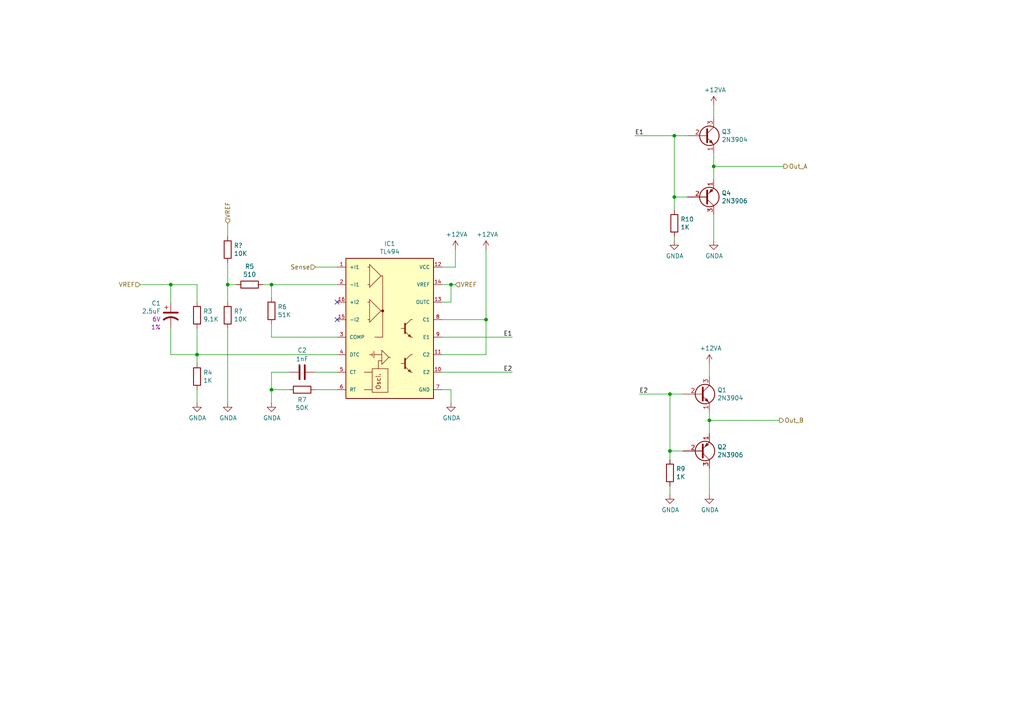
<source format=kicad_sch>
(kicad_sch (version 20230121) (generator eeschema)
  (paper "A4")
  (title_block (title "Fuente conmutada +/-36V 250W") (rev "V 0.1.0") (company "PCB PROFESIONAL") (comment 1 "https://maykolrey.com"))
  (lib_symbols
    (symbol "Device:C" (pin_numbers hide) (pin_names (offset 0.254))
      (property "Reference" "C" (at 0.635 2.54 0))
      (property "Value" "C" (at 0.635 -2.54 0))
      (symbol "C_0_1"
        (polyline (pts (xy -2.032 -0.762) (xy 2.032 -0.762)) (stroke (width 0.508)))
        (polyline (pts (xy -2.032 0.762) (xy 2.032 0.762)) (stroke (width 0.508)))
      )
      (symbol "C_1_1"
        (pin passive line (at 0 3.81 270) (length 2.794) (name "~") (number "1"))
        (pin passive line (at 0 -3.81 90) (length 2.794) (name "~") (number "2"))
      )
    )
    (symbol "Device:CP1" (pin_numbers hide) (pin_names (offset 0.254) hide)
      (property "Reference" "C" (at 0.635 2.54 0))
      (property "Value" "Device_CP1" (at 0.635 -2.54 0))
      (symbol "CP1_0_1"
        (polyline (pts (xy -2.032 0.762) (xy 2.032 0.762)) (stroke (width 0.508)))
        (polyline (pts (xy -1.778 2.286) (xy -0.762 2.286)))
        (polyline (pts (xy -1.27 1.778) (xy -1.27 2.794)))
        (arc (start 2.032 -1.27) (mid 0 -0.5572) (end -2.032 -1.27) (stroke (width 0.508)))
      )
      (symbol "CP1_1_1"
        (pin passive line (at 0 3.81 270) (length 2.794) (name "~") (number "1"))
        (pin passive line (at 0 -3.81 90) (length 3.302) (name "~") (number "2"))
      )
    )
    (symbol "Device:Q_NPN_EBC" (pin_names (offset 0) hide)
      (property "Reference" "Q" (at 5.08 1.27 0))
      (property "Value" "Q_NPN_EBC" (at 5.08 -1.27 0))
      (symbol "Q_NPN_EBC_0_1"
        (polyline (pts (xy 0.635 0.635) (xy 2.54 2.54)))
        (polyline (pts (xy 0.635 -0.635) (xy 2.54 -2.54) (xy 2.54 -2.54)))
        (polyline (pts (xy 0.635 1.905) (xy 0.635 -1.905) (xy 0.635 -1.905)) (stroke (width 0.508)))
        (polyline (pts (xy 1.27 -1.778) (xy 1.778 -1.27) (xy 2.286 -2.286) (xy 1.27 -1.778) (xy 1.27 -1.778)) (fill (type outline)))
        (circle (center 1.27 0) (radius 2.8194) (stroke (width 0.254)))
      )
      (symbol "Q_NPN_EBC_1_1"
        (pin passive line (at 2.54 -5.08 90) (length 2.54) (name "E") (number "1"))
        (pin passive line (at -5.08 0 0) (length 5.715) (name "B") (number "2"))
        (pin passive line (at 2.54 5.08 270) (length 2.54) (name "C") (number "3"))
      )
    )
    (symbol "Device:Q_PNP_EBC" (pin_names (offset 0) hide)
      (property "Reference" "Q" (at 5.08 1.27 0))
      (property "Value" "Q_PNP_EBC" (at 5.08 -1.27 0))
      (symbol "Q_PNP_EBC_0_1"
        (polyline (pts (xy 0.635 0.635) (xy 2.54 2.54)))
        (polyline (pts (xy 0.635 -0.635) (xy 2.54 -2.54) (xy 2.54 -2.54)))
        (polyline (pts (xy 0.635 1.905) (xy 0.635 -1.905) (xy 0.635 -1.905)) (stroke (width 0.508)))
        (polyline (pts (xy 2.286 -1.778) (xy 1.778 -2.286) (xy 1.27 -1.27) (xy 2.286 -1.778) (xy 2.286 -1.778)) (fill (type outline)))
        (circle (center 1.27 0) (radius 2.8194) (stroke (width 0.254)))
      )
      (symbol "Q_PNP_EBC_1_1"
        (pin passive line (at 2.54 -5.08 90) (length 2.54) (name "E") (number "1"))
        (pin input line (at -5.08 0 0) (length 5.715) (name "B") (number "2"))
        (pin passive line (at 2.54 5.08 270) (length 2.54) (name "C") (number "3"))
      )
    )
    (symbol "Device:R" (pin_numbers hide) (pin_names (offset 0))
      (property "Reference" "R" (at 2.032 0 90))
      (property "Value" "R" (at 0 0 90))
      (symbol "R_0_1"
        (rectangle (start -1.016 -2.54) (end 1.016 2.54) (stroke (width 0.254)))
      )
      (symbol "R_1_1"
        (pin passive line (at 0 3.81 270) (length 1.27) (name "~") (number "1"))
        (pin passive line (at 0 -3.81 90) (length 1.27) (name "~") (number "2"))
      )
    )
    (symbol "MSS_PWMControl:TL494" (pin_names (offset 1.016))
      (property "Reference" "IC" (at -12.7254 19.0754 0))
      (property "Value" "MSS_PWMControl_TL494" (at -12.7 -25.4 0))
      (symbol "TL494_0_0"
        (rectangle (start -12.7 17.78) (end 12.7 -22.86) (stroke (width 0.254)) (fill (type background)))
        (circle (center -2.032 2.54) (radius 0.254) (stroke (width 0.3048)))
        (polyline (pts (xy -7.366 -20.32) (xy -5.08 -20.32)) (stroke (width 0.1524)))
        (polyline (pts (xy -7.366 -15.24) (xy -5.08 -15.24)) (stroke (width 0.1524)))
        (polyline (pts (xy -6.35 0) (xy -5.842 0)) (stroke (width 0.1524)))
        (polyline (pts (xy -6.35 5.08) (xy -5.842 5.08)) (stroke (width 0.1524)))
        (polyline (pts (xy -6.35 10.16) (xy -5.842 10.16)) (stroke (width 0.1524)))
        (polyline (pts (xy -6.35 15.24) (xy -5.842 15.24)) (stroke (width 0.1524)))
        (polyline (pts (xy -5.842 -10.16) (xy -5.08 -10.16)) (stroke (width 0.1524)))
        (polyline (pts (xy -5.842 -0.762) (xy -5.842 0)) (stroke (width 0.1524)))
        (polyline (pts (xy -5.842 0) (xy -5.842 5.08)) (stroke (width 0.1524)))
        (polyline (pts (xy -5.842 5.08) (xy -5.842 5.842)) (stroke (width 0.1524)))
        (polyline (pts (xy -5.842 5.842) (xy -2.54 2.54)) (stroke (width 0.1524)))
        (polyline (pts (xy -5.842 9.398) (xy -5.842 10.16)) (stroke (width 0.1524)))
        (polyline (pts (xy -5.842 10.16) (xy -5.842 15.24)) (stroke (width 0.1524)))
        (polyline (pts (xy -5.842 15.24) (xy -5.842 16.002)) (stroke (width 0.1524)))
        (polyline (pts (xy -5.842 16.002) (xy -2.54 12.7)) (stroke (width 0.1524)))
        (polyline (pts (xy -5.08 -21.082) (xy -0.508 -21.082)) (stroke (width 0.1524)))
        (polyline (pts (xy -5.08 -14.224) (xy -5.08 -21.082)) (stroke (width 0.1524)))
        (polyline (pts (xy -5.08 -9.652) (xy -5.08 -10.668)) (stroke (width 0.1524)))
        (polyline (pts (xy -4.572 -10.16) (xy -4.572 -11.176)) (stroke (width 0.1524)))
        (polyline (pts (xy -4.572 -10.16) (xy -2.286 -10.16)) (stroke (width 0.1524)))
        (polyline (pts (xy -4.572 -9.144) (xy -4.572 -10.16)) (stroke (width 0.1524)))
        (polyline (pts (xy -4.318 -5.08) (xy -2.032 -5.08)) (stroke (width 0.1524)))
        (polyline (pts (xy -3.302 -14.224) (xy -5.08 -14.224)) (stroke (width 0.1524)))
        (polyline (pts (xy -3.302 -11.938) (xy -3.302 -14.224)) (stroke (width 0.1524)))
        (polyline (pts (xy -2.54 2.54) (xy -5.842 -0.762)) (stroke (width 0.1524)))
        (polyline (pts (xy -2.54 12.7) (xy -5.842 9.398)) (stroke (width 0.1524)))
        (polyline (pts (xy -2.54 12.7) (xy -2.032 12.7)) (stroke (width 0.1524)))
        (polyline (pts (xy -2.286 -12.954) (xy -0.254 -10.922)) (stroke (width 0.1524)))
        (polyline (pts (xy -2.286 -11.938) (xy -3.302 -11.938)) (stroke (width 0.1524)))
        (polyline (pts (xy -2.286 -11.938) (xy -2.286 -12.954)) (stroke (width 0.1524)))
        (polyline (pts (xy -2.286 -8.89) (xy -2.286 -11.938)) (stroke (width 0.1524)))
        (polyline (pts (xy -2.032 -5.08) (xy -2.032 2.54)) (stroke (width 0.1524)))
        (polyline (pts (xy -2.032 2.54) (xy -2.54 2.54)) (stroke (width 0.1524)))
        (polyline (pts (xy -2.032 12.7) (xy -2.032 2.54)) (stroke (width 0.1524)))
        (polyline (pts (xy -0.508 -21.082) (xy -0.508 -14.224)) (stroke (width 0.1524)))
        (polyline (pts (xy -0.508 -14.224) (xy -3.302 -14.224)) (stroke (width 0.1524)))
        (polyline (pts (xy -0.254 -10.922) (xy -2.286 -8.89)) (stroke (width 0.1524)))
        (polyline (pts (xy -0.254 -10.922) (xy 0.254 -10.922)) (stroke (width 0.1524)))
        (polyline (pts (xy 4.318 -12.7) (xy 3.302 -12.7)) (stroke (width 0.1524)))
        (polyline (pts (xy 4.318 -2.54) (xy 3.302 -2.54)) (stroke (width 0.1524)))
        (polyline (pts (xy 6.096 -15.24) (xy 4.572 -13.716)) (stroke (width 0.1524)))
        (polyline (pts (xy 6.096 -10.16) (xy 4.572 -11.684)) (stroke (width 0.1524)))
        (polyline (pts (xy 6.096 -5.08) (xy 4.572 -3.556)) (stroke (width 0.1524)))
        (polyline (pts (xy 6.096 0) (xy 4.572 -1.524)) (stroke (width 0.1524)))
        (polyline (pts (xy 6.604 -15.24) (xy 6.096 -15.24)) (stroke (width 0.1524)))
        (polyline (pts (xy 6.604 -10.16) (xy 6.096 -10.16)) (stroke (width 0.1524)))
        (polyline (pts (xy 6.604 -5.08) (xy 6.096 -5.08)) (stroke (width 0.1524)))
        (polyline (pts (xy 6.604 0) (xy 6.096 0)) (stroke (width 0.1524)))
        (polyline (pts (xy 6.096 -15.24) (xy 5.842 -14.478) (xy 5.334 -14.986)) (stroke (width 0.1524)) (fill (type outline)))
        (polyline (pts (xy 6.096 -5.08) (xy 5.842 -4.318) (xy 5.334 -4.826)) (stroke (width 0.1524)) (fill (type outline)))
        (rectangle (start 4.318 -14.2494) (end 4.572 -11.176) (fill (type outline)))
        (rectangle (start 4.318 -4.064) (end 4.572 -1.016) (fill (type outline)))
        (text "Osci." (at -2.54 -20.3454 900) (effects (font (size 1.27 1.27)) (justify left bottom)))
        (pin input line (at -15.24 15.24 0) (length 2.54) (name "+I1") (number "1"))
        (pin passive line (at 15.24 -15.24 180) (length 2.54) (name "E2") (number "10"))
        (pin passive line (at 15.24 -10.16 180) (length 2.54) (name "C2") (number "11"))
        (pin power_in line (at 15.24 15.24 180) (length 2.54) (name "VCC") (number "12"))
        (pin output line (at 15.24 5.08 180) (length 2.54) (name "OUTC") (number "13"))
        (pin input line (at 15.24 10.16 180) (length 2.54) (name "VREF") (number "14"))
        (pin input line (at -15.24 0 0) (length 2.54) (name "-I2") (number "15"))
        (pin input line (at -15.24 5.08 0) (length 2.54) (name "+I2") (number "16"))
        (pin input line (at -15.24 10.16 0) (length 2.54) (name "-I1") (number "2"))
        (pin passive line (at -15.24 -5.08 0) (length 2.54) (name "COMP") (number "3"))
        (pin input line (at -15.24 -10.16 0) (length 2.54) (name "DTC") (number "4"))
        (pin input line (at -15.24 -15.24 0) (length 2.54) (name "CT") (number "5"))
        (pin input line (at -15.24 -20.32 0) (length 2.54) (name "RT") (number "6"))
        (pin power_in line (at 15.24 -20.32 180) (length 2.54) (name "GND") (number "7"))
        (pin passive line (at 15.24 0 180) (length 2.54) (name "C1") (number "8"))
        (pin passive line (at 15.24 -5.08 180) (length 2.54) (name "E1") (number "9"))
      )
    )
    (symbol "power:+12VA" (power) (pin_names (offset 0))
      (property "Value" "+12VA" (at 0 3.556 0))
      (symbol "+12VA_0_1"
        (polyline (pts (xy -0.762 1.27) (xy 0 2.54)))
        (polyline (pts (xy 0 0) (xy 0 2.54)))
        (polyline (pts (xy 0 2.54) (xy 0.762 1.27)))
      )
      (symbol "+12VA_1_1"
        (pin power_in line (at 0 0 90) (length 0) hide (name "+12VA") (number "1"))
      )
    )
    (symbol "power:GNDA" (power) (pin_names (offset 0))
      (property "Value" "GNDA" (at 0 -3.81 0))
      (symbol "GNDA_0_1"
        (polyline (pts (xy 0 0) (xy 0 -1.27) (xy 1.27 -1.27) (xy 0 -2.54) (xy -1.27 -1.27) (xy 0 -1.27)))
      )
      (symbol "GNDA_1_1"
        (pin power_in line (at 0 0 270) (length 0) hide (name "GNDA") (number "1"))
      )
    )
  )
  (junction (at 78.74 82.55))
  (junction (at 130.81 82.55))
  (junction (at 78.74 113.03))
  (junction (at 207.01 48.26))
  (junction (at 195.58 57.15))
  (junction (at 66.04 82.55))
  (junction (at 140.97 92.71))
  (junction (at 49.53 82.55))
  (junction (at 194.31 130.81))
  (junction (at 205.74 121.92))
  (junction (at 57.15 102.87))
  (junction (at 195.58 39.37))
  (junction (at 194.31 114.3))
  (no_connect (at 97.79 92.71))
  (no_connect (at 97.79 87.63))
  (wire (pts (xy 207.01 30.48) (xy 207.01 34.29)))
  (wire (pts (xy 207.01 44.45) (xy 207.01 48.26)))
  (wire (pts (xy 57.15 113.03) (xy 57.15 116.84)))
  (wire (pts (xy 184.15 39.37) (xy 195.58 39.37)))
  (wire (pts (xy 128.27 102.87) (xy 140.97 102.87)))
  (wire (pts (xy 194.31 133.35) (xy 194.31 130.81)))
  (wire (pts (xy 199.39 39.37) (xy 195.58 39.37)))
  (wire (pts (xy 78.74 82.55) (xy 78.74 86.36)))
  (wire (pts (xy 49.53 95.25) (xy 49.53 102.87)))
  (wire (pts (xy 78.74 97.79) (xy 78.74 93.98)))
  (wire (pts (xy 97.79 97.79) (xy 78.74 97.79)))
  (wire (pts (xy 83.82 107.95) (xy 78.74 107.95)))
  (wire (pts (xy 49.53 82.55) (xy 57.15 82.55)))
  (wire (pts (xy 128.27 92.71) (xy 140.97 92.71)))
  (wire (pts (xy 49.53 102.87) (xy 57.15 102.87)))
  (wire (pts (xy 140.97 72.39) (xy 140.97 92.71)))
  (wire (pts (xy 205.74 143.51) (xy 205.74 135.89)))
  (wire (pts (xy 207.01 69.85) (xy 207.01 62.23)))
  (wire (pts (xy 132.08 72.39) (xy 132.08 77.47)))
  (wire (pts (xy 66.04 64.77) (xy 66.04 68.58)))
  (wire (pts (xy 194.31 130.81) (xy 198.12 130.81)))
  (wire (pts (xy 195.58 69.85) (xy 195.58 68.58)))
  (wire (pts (xy 194.31 114.3) (xy 194.31 130.81)))
  (wire (pts (xy 185.42 114.3) (xy 194.31 114.3)))
  (wire (pts (xy 66.04 76.2) (xy 66.04 82.55)))
  (wire (pts (xy 91.44 113.03) (xy 97.79 113.03)))
  (wire (pts (xy 78.74 116.84) (xy 78.74 113.03)))
  (wire (pts (xy 130.81 82.55) (xy 132.08 82.55)))
  (wire (pts (xy 205.74 105.41) (xy 205.74 109.22)))
  (wire (pts (xy 76.2 82.55) (xy 78.74 82.55)))
  (wire (pts (xy 194.31 143.51) (xy 194.31 140.97)))
  (wire (pts (xy 128.27 82.55) (xy 130.81 82.55)))
  (wire (pts (xy 49.53 87.63) (xy 49.53 82.55)))
  (wire (pts (xy 205.74 121.92) (xy 205.74 125.73)))
  (wire (pts (xy 130.81 87.63) (xy 128.27 87.63)))
  (wire (pts (xy 128.27 97.79) (xy 148.59 97.79)))
  (wire (pts (xy 97.79 82.55) (xy 78.74 82.55)))
  (wire (pts (xy 66.04 116.84) (xy 66.04 95.25)))
  (wire (pts (xy 40.64 82.55) (xy 49.53 82.55)))
  (wire (pts (xy 130.81 116.84) (xy 130.81 113.03)))
  (wire (pts (xy 140.97 102.87) (xy 140.97 92.71)))
  (wire (pts (xy 207.01 48.26) (xy 227.33 48.26)))
  (wire (pts (xy 195.58 39.37) (xy 195.58 57.15)))
  (wire (pts (xy 68.58 82.55) (xy 66.04 82.55)))
  (wire (pts (xy 128.27 107.95) (xy 148.59 107.95)))
  (wire (pts (xy 198.12 114.3) (xy 194.31 114.3)))
  (wire (pts (xy 205.74 119.38) (xy 205.74 121.92)))
  (wire (pts (xy 207.01 48.26) (xy 207.01 52.07)))
  (wire (pts (xy 130.81 87.63) (xy 130.81 82.55)))
  (wire (pts (xy 91.44 77.47) (xy 97.79 77.47)))
  (wire (pts (xy 57.15 87.63) (xy 57.15 82.55)))
  (wire (pts (xy 91.44 107.95) (xy 97.79 107.95)))
  (wire (pts (xy 132.08 77.47) (xy 128.27 77.47)))
  (wire (pts (xy 78.74 113.03) (xy 83.82 113.03)))
  (wire (pts (xy 195.58 60.96) (xy 195.58 57.15)))
  (wire (pts (xy 226.06 121.92) (xy 205.74 121.92)))
  (wire (pts (xy 57.15 102.87) (xy 57.15 95.25)))
  (wire (pts (xy 130.81 113.03) (xy 128.27 113.03)))
  (wire (pts (xy 195.58 57.15) (xy 199.39 57.15)))
  (wire (pts (xy 66.04 82.55) (xy 66.04 87.63)))
  (wire (pts (xy 97.79 102.87) (xy 57.15 102.87)))
  (wire (pts (xy 78.74 107.95) (xy 78.74 113.03)))
  (wire (pts (xy 57.15 105.41) (xy 57.15 102.87)))
  (label "E1" (at 148.59 97.79 180))
  (label "E2" (at 148.59 107.95 180))
  (label "E1" (at 184.15 39.37 0))
  (label "E2" (at 185.42 114.3 0))
  (hierarchical_label "VREF" (shape input) (at 40.64 82.55 180))
  (hierarchical_label "Out_A" (shape output) (at 227.33 48.26 0))
  (hierarchical_label "VREF" (shape input) (at 132.08 82.55 0))
  (hierarchical_label "Out_B" (shape output) (at 226.06 121.92 0))
  (hierarchical_label "Sense" (shape input) (at 91.44 77.47 180))
  (hierarchical_label "VREF" (shape input) (at 66.04 64.77 90))
  (symbol (lib_id "MSS_PWMControl:TL494") (at 113.03 92.71 0) (unit 1)
    (property "Reference" "IC1" (at 113.03 70.6882 0))
    (property "Value" "TL494" (at 113.03 72.9996 0))
    (property "Footprint" "Package_DIP:DIP-16_W7.62mm_LongPads" (effects hide))
    (property "Datasheet" "http://www.ti.com/lit/ds/symlink/tl494.pdf" (effects hide))
  )
  (symbol (lib_id "Device:R") (at 78.74 90.17 0) (unit 1)
    (property "Reference" "R6" (at 80.518 89.0016 0) (effects (justify left)))
    (property "Value" "51K" (at 80.518 91.313 0) (effects (justify left)))
    (property "Footprint" "Resistor_THT:R_Axial_DIN0207_L6.3mm_D2.5mm_P10.16mm_Horizontal" (effects hide))
  )
  (symbol (lib_id "Device:R") (at 72.39 82.55 270) (unit 1)
    (property "Reference" "R5" (at 72.39 77.2922 90))
    (property "Value" "510" (at 72.39 79.6036 90))
    (property "Footprint" "Resistor_THT:R_Axial_DIN0207_L6.3mm_D2.5mm_P10.16mm_Horizontal" (effects hide))
  )
  (symbol (lib_id "Device:R") (at 57.15 91.44 0) (unit 1)
    (property "Reference" "R3" (at 58.928 90.2716 0) (effects (justify left)))
    (property "Value" "9.1K" (at 58.928 92.583 0) (effects (justify left)))
    (property "Footprint" "Resistor_THT:R_Axial_DIN0207_L6.3mm_D2.5mm_P10.16mm_Horizontal" (effects hide))
  )
  (symbol (lib_id "Device:R") (at 57.15 109.22 0) (unit 1)
    (property "Reference" "R4" (at 58.928 108.0516 0) (effects (justify left)))
    (property "Value" "1K" (at 58.928 110.363 0) (effects (justify left)))
    (property "Footprint" "Resistor_THT:R_Axial_DIN0207_L6.3mm_D2.5mm_P10.16mm_Horizontal" (effects hide))
  )
  (symbol (lib_id "Device:CP1") (at 49.53 91.44 0) (unit 1)
    (property "Reference" "C1" (at 46.6344 87.9602 0) (effects (justify right)))
    (property "Value" "2.5uF" (at 46.6344 90.2716 0) (effects (justify right)))
    (property "Footprint" "Capacitor_THT:CP_Radial_D4.0mm_P2.00mm" (effects hide))
    (property "V" "6V" (at 46.6344 92.583 0) (effects (justify right)))
    (property "Campo7" "1%" (at 46.6344 94.8944 0) (effects (justify right)))
  )
  (symbol (lib_id "Device:C") (at 87.63 107.95 270) (unit 1)
    (property "Reference" "C2" (at 87.63 101.6 90))
    (property "Value" "1nF" (at 87.63 104.14 90))
    (property "Footprint" "Capacitor_THT:C_Disc_D4.3mm_W1.9mm_P5.00mm" (effects hide))
  )
  (symbol (lib_id "Device:R") (at 87.63 113.03 270) (unit 1)
    (property "Reference" "R7" (at 87.63 115.951 90))
    (property "Value" "50K" (at 87.63 118.2624 90))
    (property "Footprint" "Resistor_THT:R_Axial_DIN0207_L6.3mm_D2.5mm_P10.16mm_Horizontal" (effects hide))
  )
  (symbol (lib_id "power:GNDA") (at 130.81 116.84 0) (unit 1)
    (property "Reference" "#PWR011" (effects hide))
    (property "Value" "GNDA" (at 130.937 121.2342 0))
  )
  (symbol (lib_id "Device:Q_PNP_EBC") (at 204.47 57.15 0) (mirror x) (unit 1)
    (property "Reference" "Q4" (at 209.296 55.9816 0) (effects (justify left)))
    (property "Value" "2N3906" (at 209.296 58.293 0) (effects (justify left)))
    (property "Footprint" "Package_TO_SOT_THT:TO-92L_HandSolder" (effects hide))
  )
  (symbol (lib_id "Device:Q_NPN_EBC") (at 204.47 39.37 0) (unit 1)
    (property "Reference" "Q3" (at 209.296 38.2016 0) (effects (justify left)))
    (property "Value" "2N3904" (at 209.296 40.513 0) (effects (justify left)))
    (property "Footprint" "Package_TO_SOT_THT:TO-92L_HandSolder" (effects hide))
  )
  (symbol (lib_id "Device:R") (at 195.58 64.77 0) (unit 1)
    (property "Reference" "R10" (at 197.358 63.6016 0) (effects (justify left)))
    (property "Value" "1K" (at 197.358 65.913 0) (effects (justify left)))
    (property "Footprint" "Resistor_THT:R_Axial_DIN0207_L6.3mm_D2.5mm_P10.16mm_Horizontal" (effects hide))
  )
  (symbol (lib_id "Device:Q_PNP_EBC") (at 203.2 130.81 0) (mirror x) (unit 1)
    (property "Reference" "Q2" (at 208.026 129.6416 0) (effects (justify left)))
    (property "Value" "2N3906" (at 208.026 131.953 0) (effects (justify left)))
    (property "Footprint" "Package_TO_SOT_THT:TO-92L_HandSolder" (effects hide))
  )
  (symbol (lib_id "Device:Q_NPN_EBC") (at 203.2 114.3 0) (unit 1)
    (property "Reference" "Q1" (at 208.026 113.1316 0) (effects (justify left)))
    (property "Value" "2N3904" (at 208.026 115.443 0) (effects (justify left)))
    (property "Footprint" "Package_TO_SOT_THT:TO-92L_HandSolder" (effects hide))
  )
  (symbol (lib_id "Device:R") (at 194.31 137.16 0) (unit 1)
    (property "Reference" "R9" (at 196.088 135.9916 0) (effects (justify left)))
    (property "Value" "1K" (at 196.088 138.303 0) (effects (justify left)))
    (property "Footprint" "Resistor_THT:R_Axial_DIN0207_L6.3mm_D2.5mm_P10.16mm_Horizontal" (effects hide))
  )
  (symbol (lib_id "power:+12VA") (at 132.08 72.39 0) (unit 1)
    (property "Reference" "#PWR0101" (effects hide))
    (property "Value" "+12VA" (at 132.461 67.9958 0))
  )
  (symbol (lib_id "power:+12VA") (at 140.97 72.39 0) (unit 1)
    (property "Reference" "#PWR0102" (effects hide))
    (property "Value" "+12VA" (at 141.351 67.9958 0))
  )
  (symbol (lib_id "power:+12VA") (at 207.01 30.48 0) (unit 1)
    (property "Reference" "#PWR0107" (effects hide))
    (property "Value" "+12VA" (at 207.391 26.0858 0))
  )
  (symbol (lib_id "power:+12VA") (at 205.74 105.41 0) (unit 1)
    (property "Reference" "#PWR0110" (effects hide))
    (property "Value" "+12VA" (at 206.121 101.0158 0))
  )
  (symbol (lib_id "power:GNDA") (at 78.74 116.84 0) (unit 1)
    (property "Reference" "#PWR0108" (effects hide))
    (property "Value" "GNDA" (at 78.867 121.2342 0))
  )
  (symbol (lib_id "power:GNDA") (at 57.15 116.84 0) (unit 1)
    (property "Reference" "#PWR0109" (effects hide))
    (property "Value" "GNDA" (at 57.277 121.2342 0))
  )
  (symbol (lib_id "power:GNDA") (at 194.31 143.51 0) (unit 1)
    (property "Reference" "#PWR0111" (effects hide))
    (property "Value" "GNDA" (at 194.437 147.9042 0))
  )
  (symbol (lib_id "power:GNDA") (at 205.74 143.51 0) (unit 1)
    (property "Reference" "#PWR0112" (effects hide))
    (property "Value" "GNDA" (at 205.867 147.9042 0))
  )
  (symbol (lib_id "power:GNDA") (at 195.58 69.85 0) (unit 1)
    (property "Reference" "#PWR0113" (effects hide))
    (property "Value" "GNDA" (at 195.707 74.2442 0))
  )
  (symbol (lib_id "power:GNDA") (at 207.01 69.85 0) (unit 1)
    (property "Reference" "#PWR0114" (effects hide))
    (property "Value" "GNDA" (at 207.137 74.2442 0))
  )
  (symbol (lib_id "Device:R") (at 66.04 72.39 0) (unit 1)
    (property "Reference" "R?" (at 67.818 71.2216 0) (effects (justify left)))
    (property "Value" "10K" (at 67.818 73.533 0) (effects (justify left)))
    (property "Footprint" "Resistor_THT:R_Axial_DIN0207_L6.3mm_D2.5mm_P10.16mm_Horizontal" (effects hide))
  )
  (symbol (lib_id "Device:R") (at 66.04 91.44 0) (unit 1)
    (property "Reference" "R?" (at 67.818 90.2716 0) (effects (justify left)))
    (property "Value" "10K" (at 67.818 92.583 0) (effects (justify left)))
    (property "Footprint" "Resistor_THT:R_Axial_DIN0207_L6.3mm_D2.5mm_P10.16mm_Horizontal" (effects hide))
  )
  (symbol (lib_id "power:GNDA") (at 66.04 116.84 0) (unit 1)
    (property "Reference" "#PWR?" (effects hide))
    (property "Value" "GNDA" (at 66.167 121.2342 0))
  )
)
</source>
